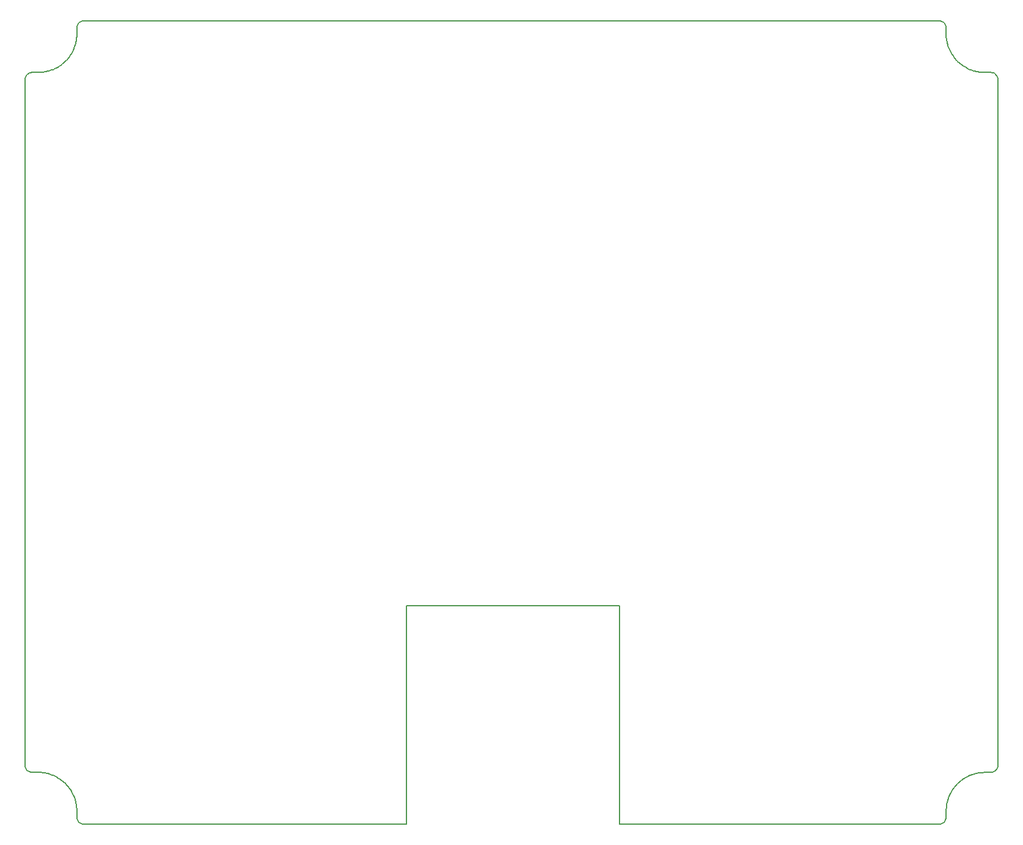
<source format=gbr>
G04 #@! TF.GenerationSoftware,KiCad,Pcbnew,5.1.7*
G04 #@! TF.CreationDate,2020-10-09T10:13:05+01:00*
G04 #@! TF.ProjectId,EnvelopeFollower,456e7665-6c6f-4706-9546-6f6c6c6f7765,V2.0*
G04 #@! TF.SameCoordinates,Original*
G04 #@! TF.FileFunction,Profile,NP*
%FSLAX46Y46*%
G04 Gerber Fmt 4.6, Leading zero omitted, Abs format (unit mm)*
G04 Created by KiCad (PCBNEW 5.1.7) date 2020-10-09 10:13:05*
%MOMM*%
%LPD*%
G01*
G04 APERTURE LIST*
G04 #@! TA.AperFunction,Profile*
%ADD10C,0.200000*%
G04 #@! TD*
G04 APERTURE END LIST*
D10*
X147347940Y-152326340D02*
X192662321Y-152326793D01*
X147353020Y-121318020D02*
X147347940Y-152326340D01*
X117099080Y-121315480D02*
X117101620Y-152326340D01*
X117099080Y-121315480D02*
X147353020Y-121318020D01*
X69943342Y-148370586D02*
X70017293Y-148558991D01*
X70017293Y-148558991D02*
X70084214Y-148750001D01*
X70084214Y-148750001D02*
X70144052Y-148943350D01*
X70144052Y-148943350D02*
X70196753Y-149138771D01*
X70196753Y-149138771D02*
X70242265Y-149335998D01*
X70242265Y-149335998D02*
X70280534Y-149534766D01*
X70280534Y-149534766D02*
X70311506Y-149734809D01*
X70311506Y-149734809D02*
X70335129Y-149935860D01*
X70335129Y-149935860D02*
X70351349Y-150137655D01*
X70351349Y-150137655D02*
X70360112Y-150339926D01*
X70360112Y-150339926D02*
X70361787Y-150474908D01*
X68751655Y-146586925D02*
X68892072Y-146732666D01*
X68892072Y-146732666D02*
X69026990Y-146883508D01*
X69026990Y-146883508D02*
X69156258Y-147039221D01*
X69156258Y-147039221D02*
X69279723Y-147199579D01*
X69279723Y-147199579D02*
X69397234Y-147364356D01*
X69397234Y-147364356D02*
X69508639Y-147533324D01*
X69508639Y-147533324D02*
X69613787Y-147706256D01*
X69613787Y-147706256D02*
X69712526Y-147882925D01*
X69712526Y-147882925D02*
X69804703Y-148063104D01*
X69804703Y-148063104D02*
X69890169Y-148246566D01*
X69890169Y-148246566D02*
X69943342Y-148370586D01*
X66967994Y-145395239D02*
X67153518Y-145476144D01*
X67153518Y-145476144D02*
X67335911Y-145563864D01*
X67335911Y-145563864D02*
X67514946Y-145658245D01*
X67514946Y-145658245D02*
X67690394Y-145759137D01*
X67690394Y-145759137D02*
X67862030Y-145866387D01*
X67862030Y-145866387D02*
X68029626Y-145979845D01*
X68029626Y-145979845D02*
X68192955Y-146099357D01*
X68192955Y-146099357D02*
X68351790Y-146224773D01*
X68351790Y-146224773D02*
X68505905Y-146355941D01*
X68505905Y-146355941D02*
X68655071Y-146492709D01*
X68655071Y-146492709D02*
X68751655Y-146586925D01*
X64863672Y-144976793D02*
X65066113Y-144980556D01*
X65066113Y-144980556D02*
X65268256Y-144991811D01*
X65268256Y-144991811D02*
X65469832Y-145010505D01*
X65469832Y-145010505D02*
X65670577Y-145036583D01*
X65670577Y-145036583D02*
X65870224Y-145069994D01*
X65870224Y-145069994D02*
X66068509Y-145110683D01*
X66068509Y-145110683D02*
X66265163Y-145158597D01*
X66265163Y-145158597D02*
X66459923Y-145213683D01*
X66459923Y-145213683D02*
X66652521Y-145275888D01*
X66652521Y-145275888D02*
X66842692Y-145345159D01*
X66842692Y-145345159D02*
X66967994Y-145395239D01*
X70361787Y-150474908D02*
X70361787Y-151327136D01*
X70978840Y-152250712D02*
X71178434Y-152309847D01*
X71178434Y-152309847D02*
X71361444Y-152326793D01*
X70654538Y-152034042D02*
X70816288Y-152165048D01*
X70816288Y-152165048D02*
X70978840Y-152250712D01*
X70437868Y-151709740D02*
X70537160Y-151892690D01*
X70537160Y-151892690D02*
X70654538Y-152034042D01*
X70361787Y-151327136D02*
X70383518Y-151534210D01*
X70383518Y-151534210D02*
X70437868Y-151709740D01*
X71361444Y-152326793D02*
X117101620Y-152326340D01*
X193585897Y-151709740D02*
X193645032Y-151510145D01*
X193645032Y-151510145D02*
X193661978Y-151327136D01*
X193369227Y-152034042D02*
X193500233Y-151872291D01*
X193500233Y-151872291D02*
X193585897Y-151709740D01*
X193044925Y-152250712D02*
X193227875Y-152151419D01*
X193227875Y-152151419D02*
X193369227Y-152034042D01*
X192662321Y-152326793D02*
X192869395Y-152305061D01*
X192869395Y-152305061D02*
X193044925Y-152250712D01*
X193661978Y-151327136D02*
X193661978Y-150474908D01*
X193661978Y-150474908D02*
G75*
G02*
X199160093Y-144976793I5498115J0D01*
G01*
X199160093Y-144976793D02*
X200012321Y-144976793D01*
X200935897Y-144359740D02*
X200995032Y-144160145D01*
X200995032Y-144160145D02*
X201011978Y-143977136D01*
X200719227Y-144684042D02*
X200850233Y-144522291D01*
X200850233Y-144522291D02*
X200935897Y-144359740D01*
X200394925Y-144900712D02*
X200577875Y-144801419D01*
X200577875Y-144801419D02*
X200719227Y-144684042D01*
X200012321Y-144976793D02*
X200219395Y-144955061D01*
X200219395Y-144955061D02*
X200394925Y-144900712D01*
X201011978Y-143977136D02*
X201011978Y-46676260D01*
X200394925Y-45752683D02*
X200195330Y-45693547D01*
X200195330Y-45693547D02*
X200012321Y-45676602D01*
X200719227Y-45969354D02*
X200557476Y-45838346D01*
X200557476Y-45838346D02*
X200394925Y-45752683D01*
X200935897Y-46293656D02*
X200836604Y-46110704D01*
X200836604Y-46110704D02*
X200719227Y-45969354D01*
X201011978Y-46676260D02*
X200990246Y-46469185D01*
X200990246Y-46469185D02*
X200935897Y-46293656D01*
X200012321Y-45676602D02*
X199160093Y-45676602D01*
X194080423Y-42282809D02*
X194006471Y-42094403D01*
X194006471Y-42094403D02*
X193939550Y-41903393D01*
X193939550Y-41903393D02*
X193879712Y-41710045D01*
X193879712Y-41710045D02*
X193827011Y-41514624D01*
X193827011Y-41514624D02*
X193781499Y-41317397D01*
X193781499Y-41317397D02*
X193743230Y-41118629D01*
X193743230Y-41118629D02*
X193712258Y-40918586D01*
X193712258Y-40918586D02*
X193688635Y-40717534D01*
X193688635Y-40717534D02*
X193672415Y-40515740D01*
X193672415Y-40515740D02*
X193663652Y-40313468D01*
X193663652Y-40313468D02*
X193661978Y-40178487D01*
X195272110Y-44066470D02*
X195131692Y-43920728D01*
X195131692Y-43920728D02*
X194996774Y-43769887D01*
X194996774Y-43769887D02*
X194867506Y-43614174D01*
X194867506Y-43614174D02*
X194744041Y-43453815D01*
X194744041Y-43453815D02*
X194626530Y-43289039D01*
X194626530Y-43289039D02*
X194515125Y-43120071D01*
X194515125Y-43120071D02*
X194409977Y-42947139D01*
X194409977Y-42947139D02*
X194311238Y-42770470D01*
X194311238Y-42770470D02*
X194219061Y-42590291D01*
X194219061Y-42590291D02*
X194133595Y-42406828D01*
X194133595Y-42406828D02*
X194080423Y-42282809D01*
X197055771Y-45258157D02*
X196870246Y-45177250D01*
X196870246Y-45177250D02*
X196687853Y-45089531D01*
X196687853Y-45089531D02*
X196508818Y-44995149D01*
X196508818Y-44995149D02*
X196333370Y-44894257D01*
X196333370Y-44894257D02*
X196161734Y-44787007D01*
X196161734Y-44787007D02*
X195994138Y-44673549D01*
X195994138Y-44673549D02*
X195830809Y-44554037D01*
X195830809Y-44554037D02*
X195671974Y-44428621D01*
X195671974Y-44428621D02*
X195517859Y-44297453D01*
X195517859Y-44297453D02*
X195368693Y-44160685D01*
X195368693Y-44160685D02*
X195272110Y-44066470D01*
X199160093Y-45676602D02*
X198957651Y-45672838D01*
X198957651Y-45672838D02*
X198755509Y-45661583D01*
X198755509Y-45661583D02*
X198553933Y-45642889D01*
X198553933Y-45642889D02*
X198353188Y-45616811D01*
X198353188Y-45616811D02*
X198153540Y-45583400D01*
X198153540Y-45583400D02*
X197955256Y-45542711D01*
X197955256Y-45542711D02*
X197758601Y-45494797D01*
X197758601Y-45494797D02*
X197563842Y-45439711D01*
X197563842Y-45439711D02*
X197371243Y-45377506D01*
X197371243Y-45377506D02*
X197181072Y-45308236D01*
X197181072Y-45308236D02*
X197055771Y-45258157D01*
X193661978Y-40178487D02*
X193661978Y-39326260D01*
X193044925Y-38402683D02*
X192845330Y-38343547D01*
X192845330Y-38343547D02*
X192662321Y-38326602D01*
X193369227Y-38619354D02*
X193207476Y-38488346D01*
X193207476Y-38488346D02*
X193044925Y-38402683D01*
X193585897Y-38943656D02*
X193486604Y-38760704D01*
X193486604Y-38760704D02*
X193369227Y-38619354D01*
X193661978Y-39326260D02*
X193640246Y-39119185D01*
X193640246Y-39119185D02*
X193585897Y-38943656D01*
X192662321Y-38326602D02*
X71361444Y-38326602D01*
X70437868Y-38943656D02*
X70378732Y-39143250D01*
X70378732Y-39143250D02*
X70361787Y-39326260D01*
X70654538Y-38619354D02*
X70523531Y-38781103D01*
X70523531Y-38781103D02*
X70437868Y-38943656D01*
X70978840Y-38402683D02*
X70795889Y-38501975D01*
X70795889Y-38501975D02*
X70654538Y-38619354D01*
X71361444Y-38326602D02*
X71154369Y-38348333D01*
X71154369Y-38348333D02*
X70978840Y-38402683D01*
X70361787Y-39326260D02*
X70361787Y-40178487D01*
X66967994Y-45258157D02*
X66779588Y-45332108D01*
X66779588Y-45332108D02*
X66588578Y-45399029D01*
X66588578Y-45399029D02*
X66395230Y-45458867D01*
X66395230Y-45458867D02*
X66199809Y-45511568D01*
X66199809Y-45511568D02*
X66002582Y-45557080D01*
X66002582Y-45557080D02*
X65803814Y-45595349D01*
X65803814Y-45595349D02*
X65603771Y-45626321D01*
X65603771Y-45626321D02*
X65402719Y-45649944D01*
X65402719Y-45649944D02*
X65200925Y-45666164D01*
X65200925Y-45666164D02*
X64998653Y-45674927D01*
X64998653Y-45674927D02*
X64863672Y-45676602D01*
X68751655Y-44066470D02*
X68605913Y-44206887D01*
X68605913Y-44206887D02*
X68455072Y-44341805D01*
X68455072Y-44341805D02*
X68299359Y-44471073D01*
X68299359Y-44471073D02*
X68139000Y-44594538D01*
X68139000Y-44594538D02*
X67974224Y-44712049D01*
X67974224Y-44712049D02*
X67805256Y-44823454D01*
X67805256Y-44823454D02*
X67632324Y-44928602D01*
X67632324Y-44928602D02*
X67455655Y-45027341D01*
X67455655Y-45027341D02*
X67275476Y-45119518D01*
X67275476Y-45119518D02*
X67092013Y-45204984D01*
X67092013Y-45204984D02*
X66967994Y-45258157D01*
X69943342Y-42282809D02*
X69862435Y-42468333D01*
X69862435Y-42468333D02*
X69774716Y-42650726D01*
X69774716Y-42650726D02*
X69680334Y-42829761D01*
X69680334Y-42829761D02*
X69579442Y-43005209D01*
X69579442Y-43005209D02*
X69472192Y-43176845D01*
X69472192Y-43176845D02*
X69358734Y-43344441D01*
X69358734Y-43344441D02*
X69239222Y-43507770D01*
X69239222Y-43507770D02*
X69113806Y-43666605D01*
X69113806Y-43666605D02*
X68982638Y-43820720D01*
X68982638Y-43820720D02*
X68845870Y-43969886D01*
X68845870Y-43969886D02*
X68751655Y-44066470D01*
X70361787Y-40178487D02*
X70358023Y-40380928D01*
X70358023Y-40380928D02*
X70346768Y-40583071D01*
X70346768Y-40583071D02*
X70328074Y-40784647D01*
X70328074Y-40784647D02*
X70301996Y-40985392D01*
X70301996Y-40985392D02*
X70268585Y-41185039D01*
X70268585Y-41185039D02*
X70227896Y-41383324D01*
X70227896Y-41383324D02*
X70179982Y-41579978D01*
X70179982Y-41579978D02*
X70124896Y-41774738D01*
X70124896Y-41774738D02*
X70062691Y-41967336D01*
X70062691Y-41967336D02*
X69993421Y-42157507D01*
X69993421Y-42157507D02*
X69943342Y-42282809D01*
X64863672Y-45676602D02*
X64011444Y-45676602D01*
X63087868Y-46293656D02*
X63028732Y-46493250D01*
X63028732Y-46493250D02*
X63011787Y-46676260D01*
X63304538Y-45969354D02*
X63173531Y-46131103D01*
X63173531Y-46131103D02*
X63087868Y-46293656D01*
X63628840Y-45752683D02*
X63445889Y-45851975D01*
X63445889Y-45851975D02*
X63304538Y-45969354D01*
X64011444Y-45676602D02*
X63804369Y-45698333D01*
X63804369Y-45698333D02*
X63628840Y-45752683D01*
X63011787Y-46676260D02*
X63011787Y-143977136D01*
X63628840Y-144900712D02*
X63828434Y-144959847D01*
X63828434Y-144959847D02*
X64011444Y-144976793D01*
X63304538Y-144684042D02*
X63466288Y-144815048D01*
X63466288Y-144815048D02*
X63628840Y-144900712D01*
X63087868Y-144359740D02*
X63187160Y-144542690D01*
X63187160Y-144542690D02*
X63304538Y-144684042D01*
X63011787Y-143977136D02*
X63033518Y-144184210D01*
X63033518Y-144184210D02*
X63087868Y-144359740D01*
X64011444Y-144976793D02*
X64863672Y-144976793D01*
M02*

</source>
